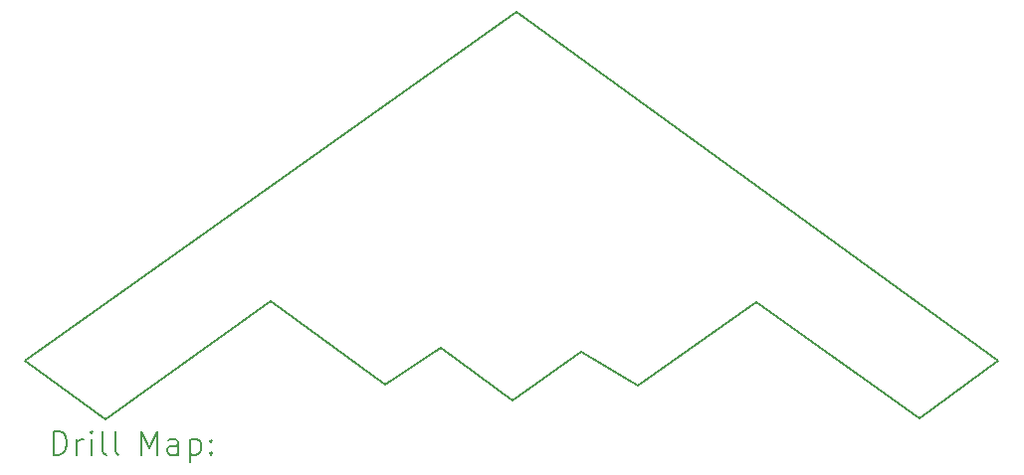
<source format=gbr>
%FSLAX45Y45*%
G04 Gerber Fmt 4.5, Leading zero omitted, Abs format (unit mm)*
G04 Created by KiCad (PCBNEW (6.99.0-2103-gdc6c27b686)) date 2022-07-02 11:01:09*
%MOMM*%
%LPD*%
G01*
G04 APERTURE LIST*
%TA.AperFunction,Profile*%
%ADD10C,0.140000*%
%TD*%
%ADD11C,0.200000*%
G04 APERTURE END LIST*
D10*
X19140406Y-10501859D02*
X18471049Y-10996109D01*
X17078675Y-10007608D01*
X16070404Y-10716504D01*
X15593100Y-10428427D01*
X15008472Y-10840773D01*
X14395602Y-10391712D01*
X13918298Y-10708031D01*
X12949567Y-9996311D01*
X11545896Y-11004582D01*
X10859594Y-10504682D01*
X15042185Y-7535418D01*
X19140406Y-10501859D01*
D11*
X11100213Y-11305058D02*
X11100213Y-11105058D01*
X11100213Y-11105058D02*
X11147832Y-11105058D01*
X11147832Y-11105058D02*
X11176404Y-11114582D01*
X11176404Y-11114582D02*
X11195451Y-11133629D01*
X11195451Y-11133629D02*
X11204975Y-11152677D01*
X11204975Y-11152677D02*
X11214499Y-11190772D01*
X11214499Y-11190772D02*
X11214499Y-11219343D01*
X11214499Y-11219343D02*
X11204975Y-11257439D01*
X11204975Y-11257439D02*
X11195451Y-11276486D01*
X11195451Y-11276486D02*
X11176404Y-11295534D01*
X11176404Y-11295534D02*
X11147832Y-11305058D01*
X11147832Y-11305058D02*
X11100213Y-11305058D01*
X11300213Y-11305058D02*
X11300213Y-11171724D01*
X11300213Y-11209819D02*
X11309737Y-11190772D01*
X11309737Y-11190772D02*
X11319261Y-11181248D01*
X11319261Y-11181248D02*
X11338308Y-11171724D01*
X11338308Y-11171724D02*
X11357356Y-11171724D01*
X11424023Y-11305058D02*
X11424023Y-11171724D01*
X11424023Y-11105058D02*
X11414499Y-11114582D01*
X11414499Y-11114582D02*
X11424023Y-11124105D01*
X11424023Y-11124105D02*
X11433547Y-11114582D01*
X11433547Y-11114582D02*
X11424023Y-11105058D01*
X11424023Y-11105058D02*
X11424023Y-11124105D01*
X11547832Y-11305058D02*
X11528785Y-11295534D01*
X11528785Y-11295534D02*
X11519261Y-11276486D01*
X11519261Y-11276486D02*
X11519261Y-11105058D01*
X11652594Y-11305058D02*
X11633547Y-11295534D01*
X11633547Y-11295534D02*
X11624023Y-11276486D01*
X11624023Y-11276486D02*
X11624023Y-11105058D01*
X11848785Y-11305058D02*
X11848785Y-11105058D01*
X11848785Y-11105058D02*
X11915451Y-11247915D01*
X11915451Y-11247915D02*
X11982118Y-11105058D01*
X11982118Y-11105058D02*
X11982118Y-11305058D01*
X12163070Y-11305058D02*
X12163070Y-11200296D01*
X12163070Y-11200296D02*
X12153547Y-11181248D01*
X12153547Y-11181248D02*
X12134499Y-11171724D01*
X12134499Y-11171724D02*
X12096404Y-11171724D01*
X12096404Y-11171724D02*
X12077356Y-11181248D01*
X12163070Y-11295534D02*
X12144023Y-11305058D01*
X12144023Y-11305058D02*
X12096404Y-11305058D01*
X12096404Y-11305058D02*
X12077356Y-11295534D01*
X12077356Y-11295534D02*
X12067832Y-11276486D01*
X12067832Y-11276486D02*
X12067832Y-11257439D01*
X12067832Y-11257439D02*
X12077356Y-11238391D01*
X12077356Y-11238391D02*
X12096404Y-11228867D01*
X12096404Y-11228867D02*
X12144023Y-11228867D01*
X12144023Y-11228867D02*
X12163070Y-11219343D01*
X12258308Y-11171724D02*
X12258308Y-11371724D01*
X12258308Y-11181248D02*
X12277356Y-11171724D01*
X12277356Y-11171724D02*
X12315451Y-11171724D01*
X12315451Y-11171724D02*
X12334499Y-11181248D01*
X12334499Y-11181248D02*
X12344023Y-11190772D01*
X12344023Y-11190772D02*
X12353547Y-11209819D01*
X12353547Y-11209819D02*
X12353547Y-11266962D01*
X12353547Y-11266962D02*
X12344023Y-11286010D01*
X12344023Y-11286010D02*
X12334499Y-11295534D01*
X12334499Y-11295534D02*
X12315451Y-11305058D01*
X12315451Y-11305058D02*
X12277356Y-11305058D01*
X12277356Y-11305058D02*
X12258308Y-11295534D01*
X12439261Y-11286010D02*
X12448785Y-11295534D01*
X12448785Y-11295534D02*
X12439261Y-11305058D01*
X12439261Y-11305058D02*
X12429737Y-11295534D01*
X12429737Y-11295534D02*
X12439261Y-11286010D01*
X12439261Y-11286010D02*
X12439261Y-11305058D01*
X12439261Y-11181248D02*
X12448785Y-11190772D01*
X12448785Y-11190772D02*
X12439261Y-11200296D01*
X12439261Y-11200296D02*
X12429737Y-11190772D01*
X12429737Y-11190772D02*
X12439261Y-11181248D01*
X12439261Y-11181248D02*
X12439261Y-11200296D01*
M02*

</source>
